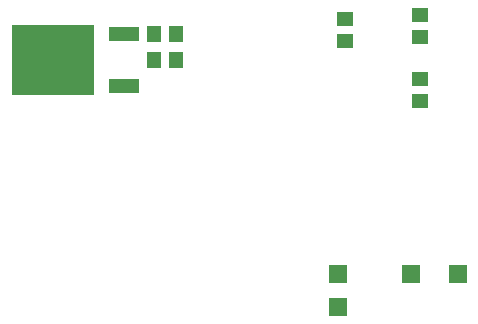
<source format=gbr>
%FSLAX34Y34*%
%MOMM*%
%LNSMDMASK_BOTTOM*%
G71*
G01*
%ADD10R, 1.60X1.60*%
%ADD11R, 7.00X6.00*%
%ADD12R, 2.54X1.27*%
%ADD13R, 1.30X1.40*%
%ADD14R, 1.40X1.30*%
%LPD*%
X374650Y701675D02*
G54D10*
D03*
X374650Y673675D02*
G54D10*
D03*
X133350Y882650D02*
G54D11*
D03*
X193650Y860350D02*
G54D12*
D03*
X193650Y904850D02*
G54D12*
D03*
X238125Y882650D02*
G54D13*
D03*
X219125Y882650D02*
G54D13*
D03*
X238075Y904875D02*
G54D13*
D03*
X219075Y904875D02*
G54D13*
D03*
X444518Y847756D02*
G54D14*
D03*
X444518Y866756D02*
G54D14*
D03*
X444500Y920750D02*
G54D14*
D03*
X444500Y901750D02*
G54D14*
D03*
X436550Y701675D02*
G54D10*
D03*
X476250Y701675D02*
G54D10*
D03*
X380525Y917449D02*
G54D14*
D03*
X380525Y898449D02*
G54D14*
D03*
M02*

</source>
